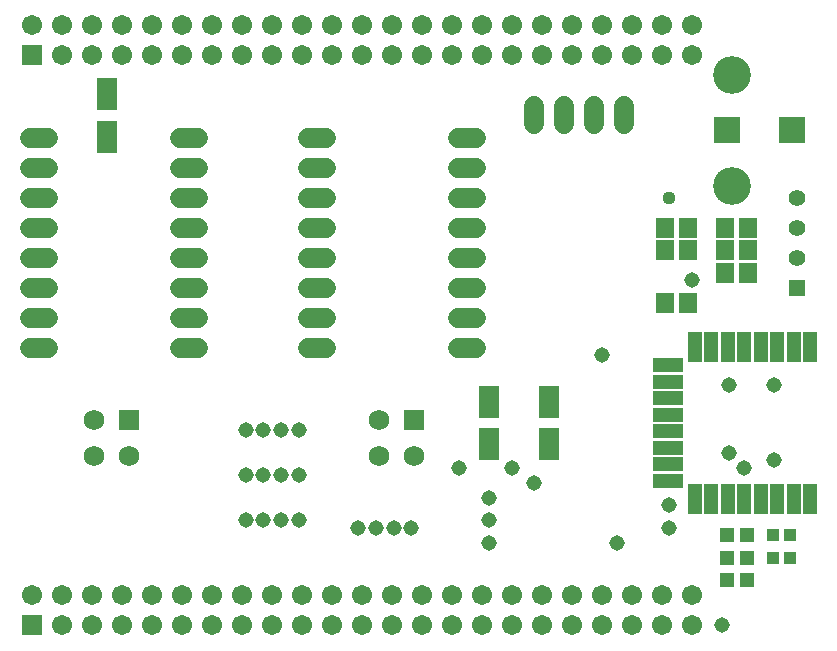
<source format=gts>
G75*
%MOIN*%
%OFA0B0*%
%FSLAX24Y24*%
%IPPOS*%
%LPD*%
%AMOC8*
5,1,8,0,0,1.08239X$1,22.5*
%
%ADD10R,0.0474X0.1045*%
%ADD11R,0.1045X0.0474*%
%ADD12R,0.0710X0.1104*%
%ADD13R,0.0682X0.0682*%
%ADD14C,0.0682*%
%ADD15C,0.0680*%
%ADD16R,0.0474X0.0513*%
%ADD17R,0.0395X0.0395*%
%ADD18R,0.0671X0.0671*%
%ADD19C,0.0671*%
%ADD20R,0.0907X0.0907*%
%ADD21C,0.1261*%
%ADD22C,0.0516*%
%ADD23R,0.0555X0.0555*%
%ADD24C,0.0555*%
%ADD25R,0.0592X0.0671*%
%ADD26C,0.0437*%
D10*
X023600Y005160D03*
X024152Y005160D03*
X024703Y005160D03*
X025254Y005160D03*
X025805Y005160D03*
X026356Y005160D03*
X026907Y005160D03*
X027459Y005160D03*
X027459Y010200D03*
X026907Y010200D03*
X026356Y010200D03*
X025805Y010200D03*
X025254Y010200D03*
X024703Y010200D03*
X024152Y010200D03*
X023600Y010200D03*
D11*
X022697Y009609D03*
X022697Y009058D03*
X022697Y008507D03*
X022697Y007956D03*
X022697Y007404D03*
X022697Y006853D03*
X022697Y006302D03*
X022697Y005751D03*
D12*
X018750Y006971D03*
X018750Y008389D03*
X016750Y008389D03*
X016750Y006971D03*
X004000Y017221D03*
X004000Y018639D03*
D13*
X004750Y007771D03*
X014250Y007771D03*
D14*
X013069Y007771D03*
X013069Y006589D03*
X014250Y006589D03*
X004750Y006589D03*
X003569Y006589D03*
X003569Y007771D03*
D15*
X002050Y010180D02*
X001450Y010180D01*
X001450Y011180D02*
X002050Y011180D01*
X002050Y012180D02*
X001450Y012180D01*
X001450Y013180D02*
X002050Y013180D01*
X002050Y014180D02*
X001450Y014180D01*
X001450Y015180D02*
X002050Y015180D01*
X002050Y016180D02*
X001450Y016180D01*
X001450Y017180D02*
X002050Y017180D01*
X006450Y017180D02*
X007050Y017180D01*
X007050Y016180D02*
X006450Y016180D01*
X006450Y015180D02*
X007050Y015180D01*
X007050Y014180D02*
X006450Y014180D01*
X006450Y013180D02*
X007050Y013180D01*
X007050Y012180D02*
X006450Y012180D01*
X006450Y011180D02*
X007050Y011180D01*
X007050Y010180D02*
X006450Y010180D01*
X010700Y010180D02*
X011300Y010180D01*
X011300Y011180D02*
X010700Y011180D01*
X010700Y012180D02*
X011300Y012180D01*
X011300Y013180D02*
X010700Y013180D01*
X010700Y014180D02*
X011300Y014180D01*
X011300Y015180D02*
X010700Y015180D01*
X010700Y016180D02*
X011300Y016180D01*
X011300Y017180D02*
X010700Y017180D01*
X015700Y017180D02*
X016300Y017180D01*
X016300Y016180D02*
X015700Y016180D01*
X015700Y015180D02*
X016300Y015180D01*
X016300Y014180D02*
X015700Y014180D01*
X015700Y013180D02*
X016300Y013180D01*
X016300Y012180D02*
X015700Y012180D01*
X015700Y011180D02*
X016300Y011180D01*
X016300Y010180D02*
X015700Y010180D01*
X018250Y017630D02*
X018250Y018230D01*
X019250Y018230D02*
X019250Y017630D01*
X020250Y017630D02*
X020250Y018230D01*
X021250Y018230D02*
X021250Y017630D01*
D16*
X024665Y003930D03*
X025335Y003930D03*
X025335Y003180D03*
X024665Y003180D03*
X024665Y002430D03*
X025335Y002430D03*
D17*
X026205Y003180D03*
X026795Y003180D03*
X026795Y003930D03*
X026205Y003930D03*
D18*
X001500Y000930D03*
X001500Y019930D03*
D19*
X002500Y019930D03*
X003500Y019930D03*
X004500Y019930D03*
X005500Y019930D03*
X006500Y019930D03*
X007500Y019930D03*
X008500Y019930D03*
X009500Y019930D03*
X010500Y019930D03*
X011500Y019930D03*
X012500Y019930D03*
X013500Y019930D03*
X014500Y019930D03*
X015500Y019930D03*
X016500Y019930D03*
X017500Y019930D03*
X018500Y019930D03*
X019500Y019930D03*
X020500Y019930D03*
X021500Y019930D03*
X022500Y019930D03*
X023500Y019930D03*
X023500Y020930D03*
X022500Y020930D03*
X021500Y020930D03*
X020500Y020930D03*
X019500Y020930D03*
X018500Y020930D03*
X017500Y020930D03*
X016500Y020930D03*
X015500Y020930D03*
X014500Y020930D03*
X013500Y020930D03*
X012500Y020930D03*
X011500Y020930D03*
X010500Y020930D03*
X009500Y020930D03*
X008500Y020930D03*
X007500Y020930D03*
X006500Y020930D03*
X005500Y020930D03*
X004500Y020930D03*
X003500Y020930D03*
X002500Y020930D03*
X001500Y020930D03*
X001500Y001930D03*
X002500Y001930D03*
X003500Y001930D03*
X003500Y000930D03*
X002500Y000930D03*
X004500Y000930D03*
X005500Y000930D03*
X006500Y000930D03*
X007500Y000930D03*
X008500Y000930D03*
X009500Y000930D03*
X010500Y000930D03*
X011500Y000930D03*
X011500Y001930D03*
X010500Y001930D03*
X009500Y001930D03*
X008500Y001930D03*
X007500Y001930D03*
X006500Y001930D03*
X005500Y001930D03*
X004500Y001930D03*
X012500Y001930D03*
X013500Y001930D03*
X014500Y001930D03*
X015500Y001930D03*
X016500Y001930D03*
X017500Y001930D03*
X018500Y001930D03*
X018500Y000930D03*
X017500Y000930D03*
X016500Y000930D03*
X015500Y000930D03*
X014500Y000930D03*
X013500Y000930D03*
X012500Y000930D03*
X019500Y000930D03*
X020500Y000930D03*
X021500Y000930D03*
X022500Y000930D03*
X023500Y000930D03*
X023500Y001930D03*
X022500Y001930D03*
X021500Y001930D03*
X020500Y001930D03*
X019500Y001930D03*
D20*
X024667Y017430D03*
X026833Y017430D03*
D21*
X024848Y015580D03*
X024848Y019280D03*
D22*
X023500Y012430D03*
X020500Y009930D03*
X024750Y008930D03*
X026250Y008930D03*
X024750Y006680D03*
X025250Y006180D03*
X026250Y006430D03*
X022750Y004930D03*
X022750Y004180D03*
X021000Y003680D03*
X018250Y005680D03*
X017500Y006180D03*
X016750Y005180D03*
X016750Y004430D03*
X016750Y003680D03*
X014159Y004192D03*
X013569Y004192D03*
X012978Y004192D03*
X012388Y004192D03*
X010409Y004442D03*
X009819Y004442D03*
X009228Y004442D03*
X008638Y004442D03*
X008638Y005942D03*
X009228Y005942D03*
X009819Y005942D03*
X010409Y005942D03*
X010409Y007442D03*
X009819Y007442D03*
X009228Y007442D03*
X008638Y007442D03*
X015750Y006180D03*
X024500Y000930D03*
D23*
X027000Y012180D03*
D24*
X027000Y013180D03*
X027000Y014180D03*
X027000Y015180D03*
D25*
X025374Y014180D03*
X024626Y014180D03*
X024626Y013430D03*
X025374Y013430D03*
X025374Y012680D03*
X024626Y012680D03*
X023374Y013430D03*
X022626Y013430D03*
X022626Y014180D03*
X023374Y014180D03*
X023374Y011680D03*
X022626Y011680D03*
D26*
X022750Y015180D03*
M02*

</source>
